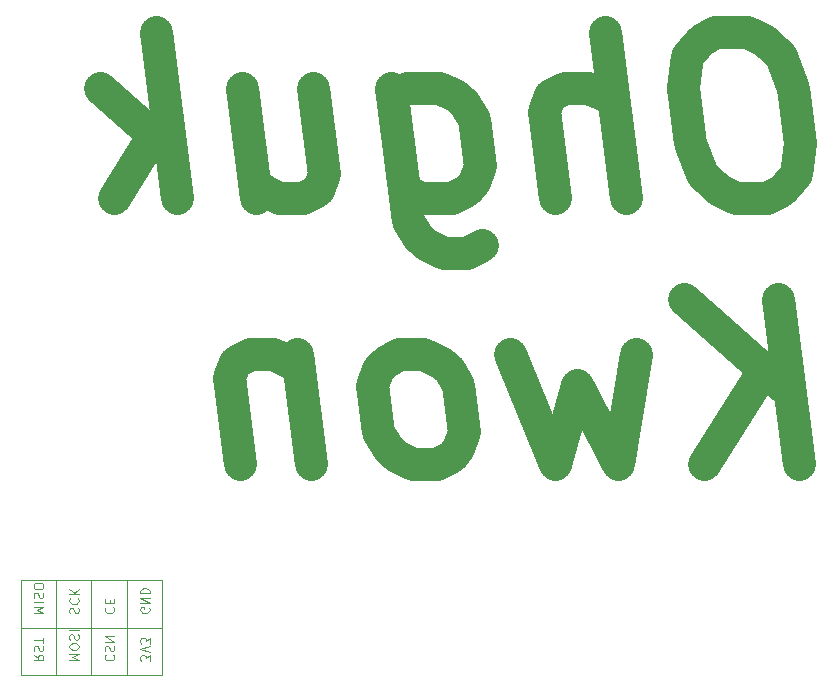
<source format=gbo>
G04 #@! TF.GenerationSoftware,KiCad,Pcbnew,9.0.1*
G04 #@! TF.CreationDate,2025-05-15T21:23:48-07:00*
G04 #@! TF.ProjectId,ARDU_RF_TEMP,41524455-5f52-4465-9f54-454d502e6b69,rev?*
G04 #@! TF.SameCoordinates,Original*
G04 #@! TF.FileFunction,Legend,Bot*
G04 #@! TF.FilePolarity,Positive*
%FSLAX46Y46*%
G04 Gerber Fmt 4.6, Leading zero omitted, Abs format (unit mm)*
G04 Created by KiCad (PCBNEW 9.0.1) date 2025-05-15 21:23:48*
%MOMM*%
%LPD*%
G01*
G04 APERTURE LIST*
%ADD10C,2.800000*%
%ADD11C,0.100000*%
G04 APERTURE END LIST*
D10*
X80491228Y-25601851D02*
X77824561Y-25601851D01*
X77824561Y-25601851D02*
X76574561Y-26268518D01*
X76574561Y-26268518D02*
X75407895Y-27601851D01*
X75407895Y-27601851D02*
X75074561Y-30268518D01*
X75074561Y-30268518D02*
X75657895Y-34935185D01*
X75657895Y-34935185D02*
X76657895Y-37601851D01*
X76657895Y-37601851D02*
X78157895Y-38935185D01*
X78157895Y-38935185D02*
X79574561Y-39601851D01*
X79574561Y-39601851D02*
X82241228Y-39601851D01*
X82241228Y-39601851D02*
X83491228Y-38935185D01*
X83491228Y-38935185D02*
X84657895Y-37601851D01*
X84657895Y-37601851D02*
X84991228Y-34935185D01*
X84991228Y-34935185D02*
X84407895Y-30268518D01*
X84407895Y-30268518D02*
X83407895Y-27601851D01*
X83407895Y-27601851D02*
X81907895Y-26268518D01*
X81907895Y-26268518D02*
X80491228Y-25601851D01*
X70241228Y-39601851D02*
X68491228Y-25601851D01*
X64241228Y-39601851D02*
X63324561Y-32268518D01*
X63324561Y-32268518D02*
X63824561Y-30935185D01*
X63824561Y-30935185D02*
X65074561Y-30268518D01*
X65074561Y-30268518D02*
X67074561Y-30268518D01*
X67074561Y-30268518D02*
X68491228Y-30935185D01*
X68491228Y-30935185D02*
X69241228Y-31601851D01*
X50407894Y-30268518D02*
X51824561Y-41601851D01*
X51824561Y-41601851D02*
X52657894Y-42935185D01*
X52657894Y-42935185D02*
X53407894Y-43601851D01*
X53407894Y-43601851D02*
X54824561Y-44268518D01*
X54824561Y-44268518D02*
X56824561Y-44268518D01*
X56824561Y-44268518D02*
X58074561Y-43601851D01*
X51491227Y-38935185D02*
X52907894Y-39601851D01*
X52907894Y-39601851D02*
X55574561Y-39601851D01*
X55574561Y-39601851D02*
X56824561Y-38935185D01*
X56824561Y-38935185D02*
X57407894Y-38268518D01*
X57407894Y-38268518D02*
X57907894Y-36935185D01*
X57907894Y-36935185D02*
X57407894Y-32935185D01*
X57407894Y-32935185D02*
X56574561Y-31601851D01*
X56574561Y-31601851D02*
X55824561Y-30935185D01*
X55824561Y-30935185D02*
X54407894Y-30268518D01*
X54407894Y-30268518D02*
X51741227Y-30268518D01*
X51741227Y-30268518D02*
X50491227Y-30935185D01*
X37741227Y-30268518D02*
X38907894Y-39601851D01*
X43741227Y-30268518D02*
X44657894Y-37601851D01*
X44657894Y-37601851D02*
X44157894Y-38935185D01*
X44157894Y-38935185D02*
X42907894Y-39601851D01*
X42907894Y-39601851D02*
X40907894Y-39601851D01*
X40907894Y-39601851D02*
X39491227Y-38935185D01*
X39491227Y-38935185D02*
X38741227Y-38268518D01*
X32241227Y-39601851D02*
X30491227Y-25601851D01*
X30241227Y-34268518D02*
X26907893Y-39601851D01*
X25741227Y-30268518D02*
X31741227Y-35601851D01*
X84907895Y-62141067D02*
X83157895Y-48141067D01*
X76907895Y-62141067D02*
X81907895Y-54141067D01*
X75157895Y-48141067D02*
X84157895Y-56141067D01*
X71074561Y-52807734D02*
X69574561Y-62141067D01*
X69574561Y-62141067D02*
X66074561Y-55474401D01*
X66074561Y-55474401D02*
X64241228Y-62141067D01*
X64241228Y-62141067D02*
X60407895Y-52807734D01*
X54241228Y-62141067D02*
X55491228Y-61474401D01*
X55491228Y-61474401D02*
X56074561Y-60807734D01*
X56074561Y-60807734D02*
X56574561Y-59474401D01*
X56574561Y-59474401D02*
X56074561Y-55474401D01*
X56074561Y-55474401D02*
X55241228Y-54141067D01*
X55241228Y-54141067D02*
X54491228Y-53474401D01*
X54491228Y-53474401D02*
X53074561Y-52807734D01*
X53074561Y-52807734D02*
X51074561Y-52807734D01*
X51074561Y-52807734D02*
X49824561Y-53474401D01*
X49824561Y-53474401D02*
X49241228Y-54141067D01*
X49241228Y-54141067D02*
X48741228Y-55474401D01*
X48741228Y-55474401D02*
X49241228Y-59474401D01*
X49241228Y-59474401D02*
X50074561Y-60807734D01*
X50074561Y-60807734D02*
X50824561Y-61474401D01*
X50824561Y-61474401D02*
X52241228Y-62141067D01*
X52241228Y-62141067D02*
X54241228Y-62141067D01*
X42407894Y-52807734D02*
X43574561Y-62141067D01*
X42574561Y-54141067D02*
X41824561Y-53474401D01*
X41824561Y-53474401D02*
X40407894Y-52807734D01*
X40407894Y-52807734D02*
X38407894Y-52807734D01*
X38407894Y-52807734D02*
X37157894Y-53474401D01*
X37157894Y-53474401D02*
X36657894Y-54807734D01*
X36657894Y-54807734D02*
X37574561Y-62141067D01*
D11*
X29897009Y-74322187D02*
X29935104Y-74398377D01*
X29935104Y-74398377D02*
X29935104Y-74512663D01*
X29935104Y-74512663D02*
X29897009Y-74626949D01*
X29897009Y-74626949D02*
X29820819Y-74703139D01*
X29820819Y-74703139D02*
X29744628Y-74741234D01*
X29744628Y-74741234D02*
X29592247Y-74779330D01*
X29592247Y-74779330D02*
X29477961Y-74779330D01*
X29477961Y-74779330D02*
X29325580Y-74741234D01*
X29325580Y-74741234D02*
X29249390Y-74703139D01*
X29249390Y-74703139D02*
X29173200Y-74626949D01*
X29173200Y-74626949D02*
X29135104Y-74512663D01*
X29135104Y-74512663D02*
X29135104Y-74436472D01*
X29135104Y-74436472D02*
X29173200Y-74322187D01*
X29173200Y-74322187D02*
X29211295Y-74284091D01*
X29211295Y-74284091D02*
X29477961Y-74284091D01*
X29477961Y-74284091D02*
X29477961Y-74436472D01*
X29135104Y-73941234D02*
X29935104Y-73941234D01*
X29935104Y-73941234D02*
X29135104Y-73484091D01*
X29135104Y-73484091D02*
X29935104Y-73484091D01*
X29135104Y-73103139D02*
X29935104Y-73103139D01*
X29935104Y-73103139D02*
X29935104Y-72912663D01*
X29935104Y-72912663D02*
X29897009Y-72798377D01*
X29897009Y-72798377D02*
X29820819Y-72722187D01*
X29820819Y-72722187D02*
X29744628Y-72684092D01*
X29744628Y-72684092D02*
X29592247Y-72645996D01*
X29592247Y-72645996D02*
X29477961Y-72645996D01*
X29477961Y-72645996D02*
X29325580Y-72684092D01*
X29325580Y-72684092D02*
X29249390Y-72722187D01*
X29249390Y-72722187D02*
X29173200Y-72798377D01*
X29173200Y-72798377D02*
X29135104Y-72912663D01*
X29135104Y-72912663D02*
X29135104Y-73103139D01*
X29935104Y-78817425D02*
X29935104Y-78322187D01*
X29935104Y-78322187D02*
X29630342Y-78588853D01*
X29630342Y-78588853D02*
X29630342Y-78474568D01*
X29630342Y-78474568D02*
X29592247Y-78398377D01*
X29592247Y-78398377D02*
X29554152Y-78360282D01*
X29554152Y-78360282D02*
X29477961Y-78322187D01*
X29477961Y-78322187D02*
X29287485Y-78322187D01*
X29287485Y-78322187D02*
X29211295Y-78360282D01*
X29211295Y-78360282D02*
X29173200Y-78398377D01*
X29173200Y-78398377D02*
X29135104Y-78474568D01*
X29135104Y-78474568D02*
X29135104Y-78703139D01*
X29135104Y-78703139D02*
X29173200Y-78779330D01*
X29173200Y-78779330D02*
X29211295Y-78817425D01*
X29935104Y-78093615D02*
X29135104Y-77826948D01*
X29135104Y-77826948D02*
X29935104Y-77560282D01*
X29935104Y-77369806D02*
X29935104Y-76874568D01*
X29935104Y-76874568D02*
X29630342Y-77141234D01*
X29630342Y-77141234D02*
X29630342Y-77026949D01*
X29630342Y-77026949D02*
X29592247Y-76950758D01*
X29592247Y-76950758D02*
X29554152Y-76912663D01*
X29554152Y-76912663D02*
X29477961Y-76874568D01*
X29477961Y-76874568D02*
X29287485Y-76874568D01*
X29287485Y-76874568D02*
X29211295Y-76912663D01*
X29211295Y-76912663D02*
X29173200Y-76950758D01*
X29173200Y-76950758D02*
X29135104Y-77026949D01*
X29135104Y-77026949D02*
X29135104Y-77255520D01*
X29135104Y-77255520D02*
X29173200Y-77331711D01*
X29173200Y-77331711D02*
X29211295Y-77369806D01*
X26211295Y-74284091D02*
X26173200Y-74322187D01*
X26173200Y-74322187D02*
X26135104Y-74436472D01*
X26135104Y-74436472D02*
X26135104Y-74512663D01*
X26135104Y-74512663D02*
X26173200Y-74626949D01*
X26173200Y-74626949D02*
X26249390Y-74703139D01*
X26249390Y-74703139D02*
X26325580Y-74741234D01*
X26325580Y-74741234D02*
X26477961Y-74779330D01*
X26477961Y-74779330D02*
X26592247Y-74779330D01*
X26592247Y-74779330D02*
X26744628Y-74741234D01*
X26744628Y-74741234D02*
X26820819Y-74703139D01*
X26820819Y-74703139D02*
X26897009Y-74626949D01*
X26897009Y-74626949D02*
X26935104Y-74512663D01*
X26935104Y-74512663D02*
X26935104Y-74436472D01*
X26935104Y-74436472D02*
X26897009Y-74322187D01*
X26897009Y-74322187D02*
X26858914Y-74284091D01*
X26554152Y-73941234D02*
X26554152Y-73674568D01*
X26135104Y-73560282D02*
X26135104Y-73941234D01*
X26135104Y-73941234D02*
X26935104Y-73941234D01*
X26935104Y-73941234D02*
X26935104Y-73560282D01*
X26211295Y-78284091D02*
X26173200Y-78322187D01*
X26173200Y-78322187D02*
X26135104Y-78436472D01*
X26135104Y-78436472D02*
X26135104Y-78512663D01*
X26135104Y-78512663D02*
X26173200Y-78626949D01*
X26173200Y-78626949D02*
X26249390Y-78703139D01*
X26249390Y-78703139D02*
X26325580Y-78741234D01*
X26325580Y-78741234D02*
X26477961Y-78779330D01*
X26477961Y-78779330D02*
X26592247Y-78779330D01*
X26592247Y-78779330D02*
X26744628Y-78741234D01*
X26744628Y-78741234D02*
X26820819Y-78703139D01*
X26820819Y-78703139D02*
X26897009Y-78626949D01*
X26897009Y-78626949D02*
X26935104Y-78512663D01*
X26935104Y-78512663D02*
X26935104Y-78436472D01*
X26935104Y-78436472D02*
X26897009Y-78322187D01*
X26897009Y-78322187D02*
X26858914Y-78284091D01*
X26173200Y-77979330D02*
X26135104Y-77865044D01*
X26135104Y-77865044D02*
X26135104Y-77674568D01*
X26135104Y-77674568D02*
X26173200Y-77598377D01*
X26173200Y-77598377D02*
X26211295Y-77560282D01*
X26211295Y-77560282D02*
X26287485Y-77522187D01*
X26287485Y-77522187D02*
X26363676Y-77522187D01*
X26363676Y-77522187D02*
X26439866Y-77560282D01*
X26439866Y-77560282D02*
X26477961Y-77598377D01*
X26477961Y-77598377D02*
X26516057Y-77674568D01*
X26516057Y-77674568D02*
X26554152Y-77826949D01*
X26554152Y-77826949D02*
X26592247Y-77903139D01*
X26592247Y-77903139D02*
X26630342Y-77941234D01*
X26630342Y-77941234D02*
X26706533Y-77979330D01*
X26706533Y-77979330D02*
X26782723Y-77979330D01*
X26782723Y-77979330D02*
X26858914Y-77941234D01*
X26858914Y-77941234D02*
X26897009Y-77903139D01*
X26897009Y-77903139D02*
X26935104Y-77826949D01*
X26935104Y-77826949D02*
X26935104Y-77636472D01*
X26935104Y-77636472D02*
X26897009Y-77522187D01*
X26135104Y-77179329D02*
X26935104Y-77179329D01*
X26935104Y-77179329D02*
X26135104Y-76722186D01*
X26135104Y-76722186D02*
X26935104Y-76722186D01*
X23173200Y-74779330D02*
X23135104Y-74665044D01*
X23135104Y-74665044D02*
X23135104Y-74474568D01*
X23135104Y-74474568D02*
X23173200Y-74398377D01*
X23173200Y-74398377D02*
X23211295Y-74360282D01*
X23211295Y-74360282D02*
X23287485Y-74322187D01*
X23287485Y-74322187D02*
X23363676Y-74322187D01*
X23363676Y-74322187D02*
X23439866Y-74360282D01*
X23439866Y-74360282D02*
X23477961Y-74398377D01*
X23477961Y-74398377D02*
X23516057Y-74474568D01*
X23516057Y-74474568D02*
X23554152Y-74626949D01*
X23554152Y-74626949D02*
X23592247Y-74703139D01*
X23592247Y-74703139D02*
X23630342Y-74741234D01*
X23630342Y-74741234D02*
X23706533Y-74779330D01*
X23706533Y-74779330D02*
X23782723Y-74779330D01*
X23782723Y-74779330D02*
X23858914Y-74741234D01*
X23858914Y-74741234D02*
X23897009Y-74703139D01*
X23897009Y-74703139D02*
X23935104Y-74626949D01*
X23935104Y-74626949D02*
X23935104Y-74436472D01*
X23935104Y-74436472D02*
X23897009Y-74322187D01*
X23211295Y-73522186D02*
X23173200Y-73560282D01*
X23173200Y-73560282D02*
X23135104Y-73674567D01*
X23135104Y-73674567D02*
X23135104Y-73750758D01*
X23135104Y-73750758D02*
X23173200Y-73865044D01*
X23173200Y-73865044D02*
X23249390Y-73941234D01*
X23249390Y-73941234D02*
X23325580Y-73979329D01*
X23325580Y-73979329D02*
X23477961Y-74017425D01*
X23477961Y-74017425D02*
X23592247Y-74017425D01*
X23592247Y-74017425D02*
X23744628Y-73979329D01*
X23744628Y-73979329D02*
X23820819Y-73941234D01*
X23820819Y-73941234D02*
X23897009Y-73865044D01*
X23897009Y-73865044D02*
X23935104Y-73750758D01*
X23935104Y-73750758D02*
X23935104Y-73674567D01*
X23935104Y-73674567D02*
X23897009Y-73560282D01*
X23897009Y-73560282D02*
X23858914Y-73522186D01*
X23135104Y-73179329D02*
X23935104Y-73179329D01*
X23135104Y-72722186D02*
X23592247Y-73065044D01*
X23935104Y-72722186D02*
X23477961Y-73179329D01*
X23135104Y-78741234D02*
X23935104Y-78741234D01*
X23935104Y-78741234D02*
X23363676Y-78474568D01*
X23363676Y-78474568D02*
X23935104Y-78207901D01*
X23935104Y-78207901D02*
X23135104Y-78207901D01*
X23935104Y-77674567D02*
X23935104Y-77522186D01*
X23935104Y-77522186D02*
X23897009Y-77445996D01*
X23897009Y-77445996D02*
X23820819Y-77369805D01*
X23820819Y-77369805D02*
X23668438Y-77331710D01*
X23668438Y-77331710D02*
X23401771Y-77331710D01*
X23401771Y-77331710D02*
X23249390Y-77369805D01*
X23249390Y-77369805D02*
X23173200Y-77445996D01*
X23173200Y-77445996D02*
X23135104Y-77522186D01*
X23135104Y-77522186D02*
X23135104Y-77674567D01*
X23135104Y-77674567D02*
X23173200Y-77750758D01*
X23173200Y-77750758D02*
X23249390Y-77826948D01*
X23249390Y-77826948D02*
X23401771Y-77865044D01*
X23401771Y-77865044D02*
X23668438Y-77865044D01*
X23668438Y-77865044D02*
X23820819Y-77826948D01*
X23820819Y-77826948D02*
X23897009Y-77750758D01*
X23897009Y-77750758D02*
X23935104Y-77674567D01*
X23173200Y-77026949D02*
X23135104Y-76912663D01*
X23135104Y-76912663D02*
X23135104Y-76722187D01*
X23135104Y-76722187D02*
X23173200Y-76645996D01*
X23173200Y-76645996D02*
X23211295Y-76607901D01*
X23211295Y-76607901D02*
X23287485Y-76569806D01*
X23287485Y-76569806D02*
X23363676Y-76569806D01*
X23363676Y-76569806D02*
X23439866Y-76607901D01*
X23439866Y-76607901D02*
X23477961Y-76645996D01*
X23477961Y-76645996D02*
X23516057Y-76722187D01*
X23516057Y-76722187D02*
X23554152Y-76874568D01*
X23554152Y-76874568D02*
X23592247Y-76950758D01*
X23592247Y-76950758D02*
X23630342Y-76988853D01*
X23630342Y-76988853D02*
X23706533Y-77026949D01*
X23706533Y-77026949D02*
X23782723Y-77026949D01*
X23782723Y-77026949D02*
X23858914Y-76988853D01*
X23858914Y-76988853D02*
X23897009Y-76950758D01*
X23897009Y-76950758D02*
X23935104Y-76874568D01*
X23935104Y-76874568D02*
X23935104Y-76684091D01*
X23935104Y-76684091D02*
X23897009Y-76569806D01*
X23135104Y-76226948D02*
X23935104Y-76226948D01*
X20135104Y-74741234D02*
X20935104Y-74741234D01*
X20935104Y-74741234D02*
X20363676Y-74474568D01*
X20363676Y-74474568D02*
X20935104Y-74207901D01*
X20935104Y-74207901D02*
X20135104Y-74207901D01*
X20135104Y-73826948D02*
X20935104Y-73826948D01*
X20173200Y-73484092D02*
X20135104Y-73369806D01*
X20135104Y-73369806D02*
X20135104Y-73179330D01*
X20135104Y-73179330D02*
X20173200Y-73103139D01*
X20173200Y-73103139D02*
X20211295Y-73065044D01*
X20211295Y-73065044D02*
X20287485Y-73026949D01*
X20287485Y-73026949D02*
X20363676Y-73026949D01*
X20363676Y-73026949D02*
X20439866Y-73065044D01*
X20439866Y-73065044D02*
X20477961Y-73103139D01*
X20477961Y-73103139D02*
X20516057Y-73179330D01*
X20516057Y-73179330D02*
X20554152Y-73331711D01*
X20554152Y-73331711D02*
X20592247Y-73407901D01*
X20592247Y-73407901D02*
X20630342Y-73445996D01*
X20630342Y-73445996D02*
X20706533Y-73484092D01*
X20706533Y-73484092D02*
X20782723Y-73484092D01*
X20782723Y-73484092D02*
X20858914Y-73445996D01*
X20858914Y-73445996D02*
X20897009Y-73407901D01*
X20897009Y-73407901D02*
X20935104Y-73331711D01*
X20935104Y-73331711D02*
X20935104Y-73141234D01*
X20935104Y-73141234D02*
X20897009Y-73026949D01*
X20935104Y-72531710D02*
X20935104Y-72379329D01*
X20935104Y-72379329D02*
X20897009Y-72303139D01*
X20897009Y-72303139D02*
X20820819Y-72226948D01*
X20820819Y-72226948D02*
X20668438Y-72188853D01*
X20668438Y-72188853D02*
X20401771Y-72188853D01*
X20401771Y-72188853D02*
X20249390Y-72226948D01*
X20249390Y-72226948D02*
X20173200Y-72303139D01*
X20173200Y-72303139D02*
X20135104Y-72379329D01*
X20135104Y-72379329D02*
X20135104Y-72531710D01*
X20135104Y-72531710D02*
X20173200Y-72607901D01*
X20173200Y-72607901D02*
X20249390Y-72684091D01*
X20249390Y-72684091D02*
X20401771Y-72722187D01*
X20401771Y-72722187D02*
X20668438Y-72722187D01*
X20668438Y-72722187D02*
X20820819Y-72684091D01*
X20820819Y-72684091D02*
X20897009Y-72607901D01*
X20897009Y-72607901D02*
X20935104Y-72531710D01*
X20135104Y-78284091D02*
X20516057Y-78550758D01*
X20135104Y-78741234D02*
X20935104Y-78741234D01*
X20935104Y-78741234D02*
X20935104Y-78436472D01*
X20935104Y-78436472D02*
X20897009Y-78360282D01*
X20897009Y-78360282D02*
X20858914Y-78322187D01*
X20858914Y-78322187D02*
X20782723Y-78284091D01*
X20782723Y-78284091D02*
X20668438Y-78284091D01*
X20668438Y-78284091D02*
X20592247Y-78322187D01*
X20592247Y-78322187D02*
X20554152Y-78360282D01*
X20554152Y-78360282D02*
X20516057Y-78436472D01*
X20516057Y-78436472D02*
X20516057Y-78741234D01*
X20173200Y-77979330D02*
X20135104Y-77865044D01*
X20135104Y-77865044D02*
X20135104Y-77674568D01*
X20135104Y-77674568D02*
X20173200Y-77598377D01*
X20173200Y-77598377D02*
X20211295Y-77560282D01*
X20211295Y-77560282D02*
X20287485Y-77522187D01*
X20287485Y-77522187D02*
X20363676Y-77522187D01*
X20363676Y-77522187D02*
X20439866Y-77560282D01*
X20439866Y-77560282D02*
X20477961Y-77598377D01*
X20477961Y-77598377D02*
X20516057Y-77674568D01*
X20516057Y-77674568D02*
X20554152Y-77826949D01*
X20554152Y-77826949D02*
X20592247Y-77903139D01*
X20592247Y-77903139D02*
X20630342Y-77941234D01*
X20630342Y-77941234D02*
X20706533Y-77979330D01*
X20706533Y-77979330D02*
X20782723Y-77979330D01*
X20782723Y-77979330D02*
X20858914Y-77941234D01*
X20858914Y-77941234D02*
X20897009Y-77903139D01*
X20897009Y-77903139D02*
X20935104Y-77826949D01*
X20935104Y-77826949D02*
X20935104Y-77636472D01*
X20935104Y-77636472D02*
X20897009Y-77522187D01*
X20935104Y-77293615D02*
X20935104Y-76836472D01*
X20135104Y-77065044D02*
X20935104Y-77065044D01*
X31000000Y-76000000D02*
X28000000Y-76000000D01*
X28000000Y-76000000D02*
X25000000Y-76000000D01*
X25000000Y-76000000D02*
X22000000Y-76000000D01*
X22000000Y-76000000D02*
X19000000Y-76000000D01*
X28000000Y-76000000D02*
X28000000Y-72000000D01*
X28000000Y-80000000D02*
X28000000Y-76000000D01*
X25000000Y-76000000D02*
X25000000Y-72000000D01*
X25000000Y-80000000D02*
X25000000Y-76000000D01*
X22000000Y-76000000D02*
X22000000Y-72000000D01*
X22000000Y-80000000D02*
X22000000Y-76000000D01*
X31000000Y-72000000D02*
X31000000Y-80000000D01*
X31000000Y-80000000D02*
X19000000Y-80000000D01*
X19000000Y-80000000D02*
X19000000Y-72000000D01*
X19000000Y-72000000D02*
X31000000Y-72000000D01*
M02*

</source>
